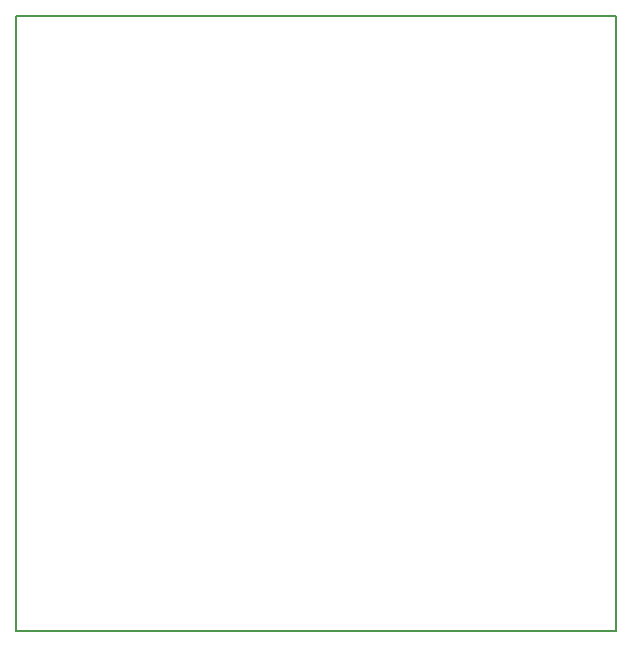
<source format=gbr>
%TF.GenerationSoftware,KiCad,Pcbnew,7.0.9*%
%TF.CreationDate,2023-11-20T12:16:38-05:00*%
%TF.ProjectId,uTerreSoRo_v4.1_bigger_pads_RSC,75546572-7265-4536-9f52-6f5f76342e31,rev?*%
%TF.SameCoordinates,Original*%
%TF.FileFunction,Profile,NP*%
%FSLAX46Y46*%
G04 Gerber Fmt 4.6, Leading zero omitted, Abs format (unit mm)*
G04 Created by KiCad (PCBNEW 7.0.9) date 2023-11-20 12:16:38*
%MOMM*%
%LPD*%
G01*
G04 APERTURE LIST*
%TA.AperFunction,Profile*%
%ADD10C,0.152400*%
%TD*%
G04 APERTURE END LIST*
D10*
X173901100Y-131038600D02*
X123101100Y-131038600D01*
X123101100Y-131038600D02*
X123101100Y-78968600D01*
X123101100Y-78968600D02*
X173901100Y-78968600D01*
X173901100Y-78968600D02*
X173901100Y-131038600D01*
M02*

</source>
